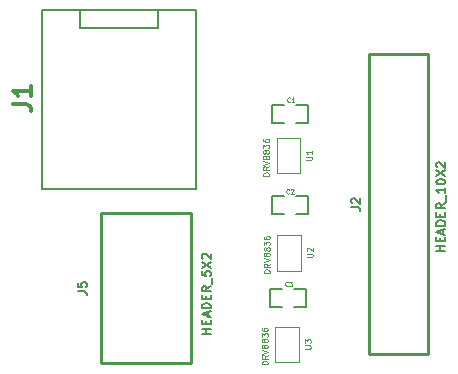
<source format=gto>
G04 (created by PCBNEW (2013-08-24 BZR 4298)-stable) date Mon 02 Dec 2013 12:58:01 PM PST*
%MOIN*%
G04 Gerber Fmt 3.4, Leading zero omitted, Abs format*
%FSLAX34Y34*%
G01*
G70*
G90*
G04 APERTURE LIST*
%ADD10C,0.005906*%
%ADD11C,0.010000*%
%ADD12C,0.005000*%
%ADD13C,0.007900*%
%ADD14C,0.002000*%
%ADD15C,0.007500*%
%ADD16C,0.012000*%
%ADD17C,0.003700*%
%ADD18C,0.003900*%
G04 APERTURE END LIST*
G54D10*
G54D11*
X59866Y-40098D02*
X59866Y-35098D01*
X59866Y-40098D02*
X56866Y-40098D01*
X56866Y-40098D02*
X56866Y-35098D01*
X56866Y-35098D02*
X59866Y-35098D01*
G54D12*
X56169Y-28334D02*
X56169Y-28944D01*
X56169Y-28944D02*
X58767Y-28944D01*
X58767Y-28944D02*
X58767Y-28344D01*
G54D13*
X54908Y-34318D02*
X54908Y-28334D01*
X54908Y-28334D02*
X60028Y-28334D01*
X60028Y-28334D02*
X60028Y-34318D01*
X60028Y-34318D02*
X54908Y-34318D01*
G54D11*
X67763Y-39791D02*
X65795Y-39791D01*
X67763Y-39791D02*
X67763Y-29791D01*
X65795Y-39791D02*
X65795Y-29791D01*
X65795Y-29791D02*
X67763Y-29791D01*
G54D12*
X62985Y-32091D02*
X62585Y-32091D01*
X62585Y-32091D02*
X62585Y-31491D01*
X62585Y-31491D02*
X62985Y-31491D01*
X63385Y-31491D02*
X63785Y-31491D01*
X63785Y-31491D02*
X63785Y-32091D01*
X63785Y-32091D02*
X63385Y-32091D01*
X62961Y-35146D02*
X62561Y-35146D01*
X62561Y-35146D02*
X62561Y-34546D01*
X62561Y-34546D02*
X62961Y-34546D01*
X63361Y-34546D02*
X63761Y-34546D01*
X63761Y-34546D02*
X63761Y-35146D01*
X63761Y-35146D02*
X63361Y-35146D01*
X62918Y-38229D02*
X62518Y-38229D01*
X62518Y-38229D02*
X62518Y-37629D01*
X62518Y-37629D02*
X62918Y-37629D01*
X63318Y-37629D02*
X63718Y-37629D01*
X63718Y-37629D02*
X63718Y-38229D01*
X63718Y-38229D02*
X63318Y-38229D01*
G54D14*
X63468Y-38897D02*
X63468Y-40079D01*
X63468Y-40079D02*
X62680Y-40079D01*
X62680Y-40079D02*
X62680Y-38897D01*
X62680Y-38897D02*
X63468Y-38897D01*
X63535Y-35842D02*
X63535Y-37024D01*
X63535Y-37024D02*
X62747Y-37024D01*
X62747Y-37024D02*
X62747Y-35842D01*
X62747Y-35842D02*
X63535Y-35842D01*
X63512Y-32605D02*
X63512Y-33787D01*
X63512Y-33787D02*
X62724Y-33787D01*
X62724Y-33787D02*
X62724Y-32605D01*
X62724Y-32605D02*
X63512Y-32605D01*
G54D15*
X56095Y-37718D02*
X56309Y-37718D01*
X56352Y-37732D01*
X56381Y-37760D01*
X56395Y-37803D01*
X56395Y-37832D01*
X56095Y-37432D02*
X56095Y-37575D01*
X56238Y-37589D01*
X56224Y-37575D01*
X56209Y-37546D01*
X56209Y-37475D01*
X56224Y-37446D01*
X56238Y-37432D01*
X56266Y-37418D01*
X56338Y-37418D01*
X56366Y-37432D01*
X56381Y-37446D01*
X56395Y-37475D01*
X56395Y-37546D01*
X56381Y-37575D01*
X56366Y-37589D01*
X60529Y-39133D02*
X60229Y-39133D01*
X60372Y-39133D02*
X60372Y-38962D01*
X60529Y-38962D02*
X60229Y-38962D01*
X60372Y-38819D02*
X60372Y-38719D01*
X60529Y-38676D02*
X60529Y-38819D01*
X60229Y-38819D01*
X60229Y-38676D01*
X60443Y-38562D02*
X60443Y-38419D01*
X60529Y-38590D02*
X60229Y-38490D01*
X60529Y-38390D01*
X60529Y-38290D02*
X60229Y-38290D01*
X60229Y-38219D01*
X60243Y-38176D01*
X60272Y-38147D01*
X60300Y-38133D01*
X60357Y-38119D01*
X60400Y-38119D01*
X60457Y-38133D01*
X60486Y-38147D01*
X60515Y-38176D01*
X60529Y-38219D01*
X60529Y-38290D01*
X60372Y-37990D02*
X60372Y-37890D01*
X60529Y-37847D02*
X60529Y-37990D01*
X60229Y-37990D01*
X60229Y-37847D01*
X60529Y-37547D02*
X60386Y-37647D01*
X60529Y-37719D02*
X60229Y-37719D01*
X60229Y-37605D01*
X60243Y-37576D01*
X60257Y-37562D01*
X60286Y-37547D01*
X60329Y-37547D01*
X60357Y-37562D01*
X60372Y-37576D01*
X60386Y-37605D01*
X60386Y-37719D01*
X60557Y-37490D02*
X60557Y-37262D01*
X60229Y-37047D02*
X60229Y-37190D01*
X60372Y-37205D01*
X60357Y-37190D01*
X60343Y-37162D01*
X60343Y-37090D01*
X60357Y-37062D01*
X60372Y-37047D01*
X60400Y-37033D01*
X60472Y-37033D01*
X60500Y-37047D01*
X60515Y-37062D01*
X60529Y-37090D01*
X60529Y-37162D01*
X60515Y-37190D01*
X60500Y-37205D01*
X60229Y-36933D02*
X60529Y-36733D01*
X60229Y-36733D02*
X60529Y-36933D01*
X60257Y-36633D02*
X60243Y-36619D01*
X60229Y-36590D01*
X60229Y-36519D01*
X60243Y-36490D01*
X60257Y-36476D01*
X60286Y-36462D01*
X60315Y-36462D01*
X60357Y-36476D01*
X60529Y-36647D01*
X60529Y-36462D01*
G54D16*
X53927Y-31464D02*
X54356Y-31464D01*
X54442Y-31493D01*
X54499Y-31550D01*
X54527Y-31636D01*
X54527Y-31693D01*
X54527Y-30864D02*
X54527Y-31207D01*
X54527Y-31036D02*
X53927Y-31036D01*
X54013Y-31093D01*
X54070Y-31150D01*
X54099Y-31207D01*
G54D15*
X65207Y-34911D02*
X65422Y-34911D01*
X65464Y-34925D01*
X65493Y-34953D01*
X65507Y-34996D01*
X65507Y-35025D01*
X65236Y-34782D02*
X65222Y-34768D01*
X65207Y-34739D01*
X65207Y-34668D01*
X65222Y-34639D01*
X65236Y-34625D01*
X65264Y-34611D01*
X65293Y-34611D01*
X65336Y-34625D01*
X65507Y-34796D01*
X65507Y-34611D01*
X68342Y-36371D02*
X68042Y-36371D01*
X68185Y-36371D02*
X68185Y-36199D01*
X68342Y-36199D02*
X68042Y-36199D01*
X68185Y-36056D02*
X68185Y-35956D01*
X68342Y-35913D02*
X68342Y-36056D01*
X68042Y-36056D01*
X68042Y-35913D01*
X68256Y-35799D02*
X68256Y-35656D01*
X68342Y-35828D02*
X68042Y-35728D01*
X68342Y-35628D01*
X68342Y-35528D02*
X68042Y-35528D01*
X68042Y-35456D01*
X68056Y-35413D01*
X68085Y-35385D01*
X68113Y-35371D01*
X68170Y-35356D01*
X68213Y-35356D01*
X68270Y-35371D01*
X68299Y-35385D01*
X68328Y-35413D01*
X68342Y-35456D01*
X68342Y-35528D01*
X68185Y-35228D02*
X68185Y-35128D01*
X68342Y-35085D02*
X68342Y-35228D01*
X68042Y-35228D01*
X68042Y-35085D01*
X68342Y-34785D02*
X68199Y-34885D01*
X68342Y-34956D02*
X68042Y-34956D01*
X68042Y-34842D01*
X68056Y-34813D01*
X68070Y-34799D01*
X68099Y-34785D01*
X68142Y-34785D01*
X68170Y-34799D01*
X68185Y-34813D01*
X68199Y-34842D01*
X68199Y-34956D01*
X68370Y-34728D02*
X68370Y-34499D01*
X68342Y-34271D02*
X68342Y-34442D01*
X68342Y-34356D02*
X68042Y-34356D01*
X68085Y-34385D01*
X68113Y-34413D01*
X68128Y-34442D01*
X68042Y-34085D02*
X68042Y-34056D01*
X68056Y-34028D01*
X68070Y-34013D01*
X68099Y-33999D01*
X68156Y-33985D01*
X68228Y-33985D01*
X68285Y-33999D01*
X68313Y-34013D01*
X68328Y-34028D01*
X68342Y-34056D01*
X68342Y-34085D01*
X68328Y-34113D01*
X68313Y-34128D01*
X68285Y-34142D01*
X68228Y-34156D01*
X68156Y-34156D01*
X68099Y-34142D01*
X68070Y-34128D01*
X68056Y-34113D01*
X68042Y-34085D01*
X68042Y-33885D02*
X68342Y-33685D01*
X68042Y-33685D02*
X68342Y-33885D01*
X68070Y-33585D02*
X68056Y-33571D01*
X68042Y-33542D01*
X68042Y-33471D01*
X68056Y-33442D01*
X68070Y-33428D01*
X68099Y-33413D01*
X68128Y-33413D01*
X68170Y-33428D01*
X68342Y-33599D01*
X68342Y-33413D01*
G54D17*
X63170Y-31392D02*
X63162Y-31400D01*
X63141Y-31407D01*
X63127Y-31407D01*
X63105Y-31400D01*
X63091Y-31385D01*
X63084Y-31371D01*
X63077Y-31342D01*
X63077Y-31321D01*
X63084Y-31292D01*
X63091Y-31278D01*
X63105Y-31264D01*
X63127Y-31257D01*
X63141Y-31257D01*
X63162Y-31264D01*
X63170Y-31271D01*
X63312Y-31407D02*
X63227Y-31407D01*
X63270Y-31407D02*
X63270Y-31257D01*
X63255Y-31278D01*
X63241Y-31292D01*
X63227Y-31300D01*
X63146Y-34448D02*
X63139Y-34455D01*
X63117Y-34462D01*
X63103Y-34462D01*
X63082Y-34455D01*
X63067Y-34440D01*
X63060Y-34426D01*
X63053Y-34398D01*
X63053Y-34376D01*
X63060Y-34348D01*
X63067Y-34333D01*
X63082Y-34319D01*
X63103Y-34312D01*
X63117Y-34312D01*
X63139Y-34319D01*
X63146Y-34326D01*
X63203Y-34326D02*
X63210Y-34319D01*
X63224Y-34312D01*
X63260Y-34312D01*
X63274Y-34319D01*
X63282Y-34326D01*
X63289Y-34340D01*
X63289Y-34355D01*
X63282Y-34376D01*
X63196Y-34462D01*
X63289Y-34462D01*
X63103Y-37530D02*
X63095Y-37537D01*
X63074Y-37544D01*
X63060Y-37544D01*
X63038Y-37537D01*
X63024Y-37523D01*
X63017Y-37509D01*
X63010Y-37480D01*
X63010Y-37459D01*
X63017Y-37430D01*
X63024Y-37416D01*
X63038Y-37402D01*
X63060Y-37394D01*
X63074Y-37394D01*
X63095Y-37402D01*
X63103Y-37409D01*
X63153Y-37394D02*
X63245Y-37394D01*
X63195Y-37452D01*
X63217Y-37452D01*
X63231Y-37459D01*
X63238Y-37466D01*
X63245Y-37480D01*
X63245Y-37516D01*
X63238Y-37530D01*
X63231Y-37537D01*
X63217Y-37544D01*
X63174Y-37544D01*
X63160Y-37537D01*
X63153Y-37530D01*
G54D18*
X63661Y-39633D02*
X63821Y-39633D01*
X63840Y-39623D01*
X63849Y-39614D01*
X63858Y-39595D01*
X63858Y-39558D01*
X63849Y-39539D01*
X63840Y-39530D01*
X63821Y-39520D01*
X63661Y-39520D01*
X63661Y-39445D02*
X63661Y-39323D01*
X63736Y-39389D01*
X63736Y-39361D01*
X63746Y-39342D01*
X63755Y-39333D01*
X63774Y-39323D01*
X63821Y-39323D01*
X63840Y-39333D01*
X63849Y-39342D01*
X63858Y-39361D01*
X63858Y-39417D01*
X63849Y-39436D01*
X63840Y-39445D01*
X62428Y-40157D02*
X62231Y-40157D01*
X62231Y-40111D01*
X62241Y-40082D01*
X62260Y-40064D01*
X62278Y-40054D01*
X62316Y-40045D01*
X62344Y-40045D01*
X62382Y-40054D01*
X62400Y-40064D01*
X62419Y-40082D01*
X62428Y-40111D01*
X62428Y-40157D01*
X62428Y-39848D02*
X62335Y-39914D01*
X62428Y-39960D02*
X62231Y-39960D01*
X62231Y-39885D01*
X62241Y-39867D01*
X62250Y-39857D01*
X62269Y-39848D01*
X62297Y-39848D01*
X62316Y-39857D01*
X62325Y-39867D01*
X62335Y-39885D01*
X62335Y-39960D01*
X62231Y-39792D02*
X62428Y-39726D01*
X62231Y-39660D01*
X62316Y-39566D02*
X62306Y-39585D01*
X62297Y-39595D01*
X62278Y-39604D01*
X62269Y-39604D01*
X62250Y-39595D01*
X62241Y-39585D01*
X62231Y-39566D01*
X62231Y-39529D01*
X62241Y-39510D01*
X62250Y-39501D01*
X62269Y-39491D01*
X62278Y-39491D01*
X62297Y-39501D01*
X62306Y-39510D01*
X62316Y-39529D01*
X62316Y-39566D01*
X62325Y-39585D01*
X62335Y-39595D01*
X62353Y-39604D01*
X62391Y-39604D01*
X62410Y-39595D01*
X62419Y-39585D01*
X62428Y-39566D01*
X62428Y-39529D01*
X62419Y-39510D01*
X62410Y-39501D01*
X62391Y-39491D01*
X62353Y-39491D01*
X62335Y-39501D01*
X62325Y-39510D01*
X62316Y-39529D01*
X62316Y-39379D02*
X62306Y-39398D01*
X62297Y-39407D01*
X62278Y-39416D01*
X62269Y-39416D01*
X62250Y-39407D01*
X62241Y-39398D01*
X62231Y-39379D01*
X62231Y-39341D01*
X62241Y-39323D01*
X62250Y-39313D01*
X62269Y-39304D01*
X62278Y-39304D01*
X62297Y-39313D01*
X62306Y-39323D01*
X62316Y-39341D01*
X62316Y-39379D01*
X62325Y-39398D01*
X62335Y-39407D01*
X62353Y-39416D01*
X62391Y-39416D01*
X62410Y-39407D01*
X62419Y-39398D01*
X62428Y-39379D01*
X62428Y-39341D01*
X62419Y-39323D01*
X62410Y-39313D01*
X62391Y-39304D01*
X62353Y-39304D01*
X62335Y-39313D01*
X62325Y-39323D01*
X62316Y-39341D01*
X62231Y-39238D02*
X62231Y-39116D01*
X62306Y-39182D01*
X62306Y-39154D01*
X62316Y-39135D01*
X62325Y-39126D01*
X62344Y-39116D01*
X62391Y-39116D01*
X62410Y-39126D01*
X62419Y-39135D01*
X62428Y-39154D01*
X62428Y-39210D01*
X62419Y-39229D01*
X62410Y-39238D01*
X62231Y-38947D02*
X62231Y-38985D01*
X62241Y-39004D01*
X62250Y-39013D01*
X62278Y-39032D01*
X62316Y-39041D01*
X62391Y-39041D01*
X62410Y-39032D01*
X62419Y-39022D01*
X62428Y-39004D01*
X62428Y-38966D01*
X62419Y-38947D01*
X62410Y-38938D01*
X62391Y-38929D01*
X62344Y-38929D01*
X62325Y-38938D01*
X62316Y-38947D01*
X62306Y-38966D01*
X62306Y-39004D01*
X62316Y-39022D01*
X62325Y-39032D01*
X62344Y-39041D01*
X63728Y-36578D02*
X63888Y-36578D01*
X63907Y-36568D01*
X63916Y-36559D01*
X63925Y-36540D01*
X63925Y-36503D01*
X63916Y-36484D01*
X63907Y-36474D01*
X63888Y-36465D01*
X63728Y-36465D01*
X63747Y-36381D02*
X63738Y-36371D01*
X63728Y-36353D01*
X63728Y-36306D01*
X63738Y-36287D01*
X63747Y-36277D01*
X63766Y-36268D01*
X63785Y-36268D01*
X63813Y-36277D01*
X63925Y-36390D01*
X63925Y-36268D01*
X62495Y-37102D02*
X62298Y-37102D01*
X62298Y-37055D01*
X62308Y-37027D01*
X62326Y-37009D01*
X62345Y-36999D01*
X62383Y-36990D01*
X62411Y-36990D01*
X62448Y-36999D01*
X62467Y-37009D01*
X62486Y-37027D01*
X62495Y-37055D01*
X62495Y-37102D01*
X62495Y-36793D02*
X62402Y-36858D01*
X62495Y-36905D02*
X62298Y-36905D01*
X62298Y-36830D01*
X62308Y-36812D01*
X62317Y-36802D01*
X62336Y-36793D01*
X62364Y-36793D01*
X62383Y-36802D01*
X62392Y-36812D01*
X62402Y-36830D01*
X62402Y-36905D01*
X62298Y-36736D02*
X62495Y-36671D01*
X62298Y-36605D01*
X62383Y-36511D02*
X62373Y-36530D01*
X62364Y-36539D01*
X62345Y-36549D01*
X62336Y-36549D01*
X62317Y-36539D01*
X62308Y-36530D01*
X62298Y-36511D01*
X62298Y-36474D01*
X62308Y-36455D01*
X62317Y-36446D01*
X62336Y-36436D01*
X62345Y-36436D01*
X62364Y-36446D01*
X62373Y-36455D01*
X62383Y-36474D01*
X62383Y-36511D01*
X62392Y-36530D01*
X62402Y-36539D01*
X62420Y-36549D01*
X62458Y-36549D01*
X62477Y-36539D01*
X62486Y-36530D01*
X62495Y-36511D01*
X62495Y-36474D01*
X62486Y-36455D01*
X62477Y-36446D01*
X62458Y-36436D01*
X62420Y-36436D01*
X62402Y-36446D01*
X62392Y-36455D01*
X62383Y-36474D01*
X62383Y-36324D02*
X62373Y-36342D01*
X62364Y-36352D01*
X62345Y-36361D01*
X62336Y-36361D01*
X62317Y-36352D01*
X62308Y-36342D01*
X62298Y-36324D01*
X62298Y-36286D01*
X62308Y-36267D01*
X62317Y-36258D01*
X62336Y-36249D01*
X62345Y-36249D01*
X62364Y-36258D01*
X62373Y-36267D01*
X62383Y-36286D01*
X62383Y-36324D01*
X62392Y-36342D01*
X62402Y-36352D01*
X62420Y-36361D01*
X62458Y-36361D01*
X62477Y-36352D01*
X62486Y-36342D01*
X62495Y-36324D01*
X62495Y-36286D01*
X62486Y-36267D01*
X62477Y-36258D01*
X62458Y-36249D01*
X62420Y-36249D01*
X62402Y-36258D01*
X62392Y-36267D01*
X62383Y-36286D01*
X62298Y-36183D02*
X62298Y-36061D01*
X62373Y-36127D01*
X62373Y-36099D01*
X62383Y-36080D01*
X62392Y-36070D01*
X62411Y-36061D01*
X62458Y-36061D01*
X62477Y-36070D01*
X62486Y-36080D01*
X62495Y-36099D01*
X62495Y-36155D01*
X62486Y-36174D01*
X62477Y-36183D01*
X62298Y-35892D02*
X62298Y-35930D01*
X62308Y-35948D01*
X62317Y-35958D01*
X62345Y-35977D01*
X62383Y-35986D01*
X62458Y-35986D01*
X62477Y-35977D01*
X62486Y-35967D01*
X62495Y-35948D01*
X62495Y-35911D01*
X62486Y-35892D01*
X62477Y-35883D01*
X62458Y-35873D01*
X62411Y-35873D01*
X62392Y-35883D01*
X62383Y-35892D01*
X62373Y-35911D01*
X62373Y-35948D01*
X62383Y-35967D01*
X62392Y-35977D01*
X62411Y-35986D01*
X63705Y-33341D02*
X63864Y-33341D01*
X63883Y-33332D01*
X63892Y-33323D01*
X63902Y-33304D01*
X63902Y-33266D01*
X63892Y-33248D01*
X63883Y-33238D01*
X63864Y-33229D01*
X63705Y-33229D01*
X63902Y-33032D02*
X63902Y-33144D01*
X63902Y-33088D02*
X63705Y-33088D01*
X63733Y-33107D01*
X63752Y-33126D01*
X63761Y-33144D01*
X62472Y-33866D02*
X62275Y-33866D01*
X62275Y-33819D01*
X62284Y-33791D01*
X62303Y-33772D01*
X62322Y-33763D01*
X62359Y-33754D01*
X62387Y-33754D01*
X62425Y-33763D01*
X62444Y-33772D01*
X62462Y-33791D01*
X62472Y-33819D01*
X62472Y-33866D01*
X62472Y-33557D02*
X62378Y-33622D01*
X62472Y-33669D02*
X62275Y-33669D01*
X62275Y-33594D01*
X62284Y-33575D01*
X62293Y-33566D01*
X62312Y-33557D01*
X62340Y-33557D01*
X62359Y-33566D01*
X62369Y-33575D01*
X62378Y-33594D01*
X62378Y-33669D01*
X62275Y-33500D02*
X62472Y-33435D01*
X62275Y-33369D01*
X62359Y-33275D02*
X62350Y-33294D01*
X62340Y-33303D01*
X62322Y-33313D01*
X62312Y-33313D01*
X62293Y-33303D01*
X62284Y-33294D01*
X62275Y-33275D01*
X62275Y-33238D01*
X62284Y-33219D01*
X62293Y-33209D01*
X62312Y-33200D01*
X62322Y-33200D01*
X62340Y-33209D01*
X62350Y-33219D01*
X62359Y-33238D01*
X62359Y-33275D01*
X62369Y-33294D01*
X62378Y-33303D01*
X62397Y-33313D01*
X62434Y-33313D01*
X62453Y-33303D01*
X62462Y-33294D01*
X62472Y-33275D01*
X62472Y-33238D01*
X62462Y-33219D01*
X62453Y-33209D01*
X62434Y-33200D01*
X62397Y-33200D01*
X62378Y-33209D01*
X62369Y-33219D01*
X62359Y-33238D01*
X62359Y-33087D02*
X62350Y-33106D01*
X62340Y-33116D01*
X62322Y-33125D01*
X62312Y-33125D01*
X62293Y-33116D01*
X62284Y-33106D01*
X62275Y-33087D01*
X62275Y-33050D01*
X62284Y-33031D01*
X62293Y-33022D01*
X62312Y-33012D01*
X62322Y-33012D01*
X62340Y-33022D01*
X62350Y-33031D01*
X62359Y-33050D01*
X62359Y-33087D01*
X62369Y-33106D01*
X62378Y-33116D01*
X62397Y-33125D01*
X62434Y-33125D01*
X62453Y-33116D01*
X62462Y-33106D01*
X62472Y-33087D01*
X62472Y-33050D01*
X62462Y-33031D01*
X62453Y-33022D01*
X62434Y-33012D01*
X62397Y-33012D01*
X62378Y-33022D01*
X62369Y-33031D01*
X62359Y-33050D01*
X62275Y-32947D02*
X62275Y-32825D01*
X62350Y-32890D01*
X62350Y-32862D01*
X62359Y-32844D01*
X62369Y-32834D01*
X62387Y-32825D01*
X62434Y-32825D01*
X62453Y-32834D01*
X62462Y-32844D01*
X62472Y-32862D01*
X62472Y-32919D01*
X62462Y-32937D01*
X62453Y-32947D01*
X62275Y-32656D02*
X62275Y-32693D01*
X62284Y-32712D01*
X62293Y-32722D01*
X62322Y-32740D01*
X62359Y-32750D01*
X62434Y-32750D01*
X62453Y-32740D01*
X62462Y-32731D01*
X62472Y-32712D01*
X62472Y-32675D01*
X62462Y-32656D01*
X62453Y-32647D01*
X62434Y-32637D01*
X62387Y-32637D01*
X62369Y-32647D01*
X62359Y-32656D01*
X62350Y-32675D01*
X62350Y-32712D01*
X62359Y-32731D01*
X62369Y-32740D01*
X62387Y-32750D01*
M02*

</source>
